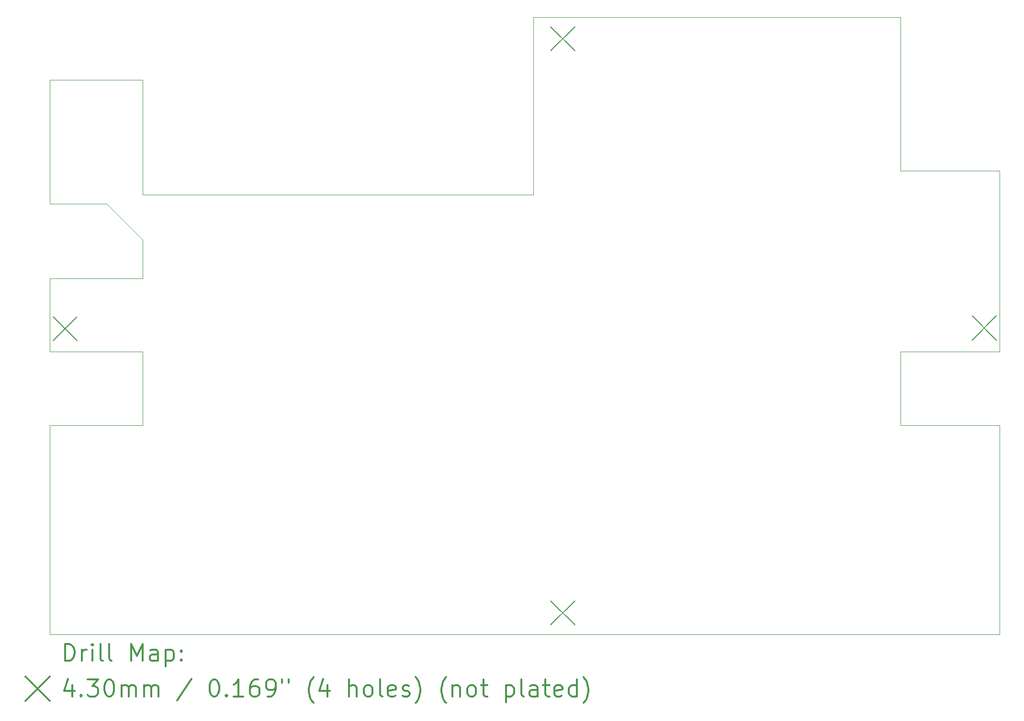
<source format=gbr>
%FSLAX45Y45*%
G04 Gerber Fmt 4.5, Leading zero omitted, Abs format (unit mm)*
G04 Created by KiCad (PCBNEW 4.0.7) date 12/30/17 23:27:05*
%MOMM*%
%LPD*%
G01*
G04 APERTURE LIST*
%ADD10C,0.127000*%
%ADD11C,0.100000*%
%ADD12C,0.200000*%
%ADD13C,0.300000*%
G04 APERTURE END LIST*
D10*
D11*
X23145750Y-6654750D02*
X21396375Y-6654750D01*
X23145750Y-6654750D02*
X23145750Y-9855250D01*
X23145750Y-9855250D02*
X21396375Y-9855250D01*
X21396375Y-9855250D02*
X21396375Y-11163250D01*
X21396375Y-11163250D02*
X23145750Y-11163250D01*
X23145750Y-14859000D02*
X23145750Y-11163250D01*
X23145750Y-14859000D02*
X6350000Y-14859000D01*
X6350000Y-14859000D02*
X6350000Y-11163250D01*
X7993875Y-11163250D02*
X6350000Y-11163250D01*
X7993875Y-11163250D02*
X7993875Y-9855250D01*
X7993875Y-9855250D02*
X6350000Y-9855250D01*
X6350000Y-8561790D02*
X6350000Y-9855250D01*
X7993875Y-8561790D02*
X6350000Y-8561790D01*
X7993875Y-8561790D02*
X7993875Y-7874000D01*
X7358875Y-7239000D02*
X7993875Y-7874000D01*
X7358875Y-7239000D02*
X6350000Y-7239000D01*
X6350000Y-7239000D02*
X6350000Y-5048250D01*
X7993875Y-5048250D02*
X6350000Y-5048250D01*
X7993875Y-7078700D02*
X7993875Y-5048250D01*
X14897875Y-7078700D02*
X7993875Y-7078700D01*
X14897875Y-3937000D02*
X14897875Y-7078700D01*
X21396375Y-3937000D02*
X14897875Y-3937000D01*
X21396375Y-3937000D02*
X21396375Y-6654750D01*
D12*
X6404900Y-9234790D02*
X6834900Y-9664790D01*
X6834900Y-9234790D02*
X6404900Y-9664790D01*
X15206000Y-4105000D02*
X15636000Y-4535000D01*
X15636000Y-4105000D02*
X15206000Y-4535000D01*
X15207000Y-14264000D02*
X15637000Y-14694000D01*
X15637000Y-14264000D02*
X15207000Y-14694000D01*
X22660900Y-9222100D02*
X23090900Y-9652100D01*
X23090900Y-9222100D02*
X22660900Y-9652100D01*
D13*
X6616428Y-15329714D02*
X6616428Y-15029714D01*
X6687857Y-15029714D01*
X6730714Y-15044000D01*
X6759286Y-15072571D01*
X6773571Y-15101143D01*
X6787857Y-15158286D01*
X6787857Y-15201143D01*
X6773571Y-15258286D01*
X6759286Y-15286857D01*
X6730714Y-15315429D01*
X6687857Y-15329714D01*
X6616428Y-15329714D01*
X6916428Y-15329714D02*
X6916428Y-15129714D01*
X6916428Y-15186857D02*
X6930714Y-15158286D01*
X6945000Y-15144000D01*
X6973571Y-15129714D01*
X7002143Y-15129714D01*
X7102143Y-15329714D02*
X7102143Y-15129714D01*
X7102143Y-15029714D02*
X7087857Y-15044000D01*
X7102143Y-15058286D01*
X7116428Y-15044000D01*
X7102143Y-15029714D01*
X7102143Y-15058286D01*
X7287857Y-15329714D02*
X7259286Y-15315429D01*
X7245000Y-15286857D01*
X7245000Y-15029714D01*
X7445000Y-15329714D02*
X7416428Y-15315429D01*
X7402143Y-15286857D01*
X7402143Y-15029714D01*
X7787857Y-15329714D02*
X7787857Y-15029714D01*
X7887857Y-15244000D01*
X7987857Y-15029714D01*
X7987857Y-15329714D01*
X8259286Y-15329714D02*
X8259286Y-15172571D01*
X8245000Y-15144000D01*
X8216428Y-15129714D01*
X8159286Y-15129714D01*
X8130714Y-15144000D01*
X8259286Y-15315429D02*
X8230714Y-15329714D01*
X8159286Y-15329714D01*
X8130714Y-15315429D01*
X8116428Y-15286857D01*
X8116428Y-15258286D01*
X8130714Y-15229714D01*
X8159286Y-15215429D01*
X8230714Y-15215429D01*
X8259286Y-15201143D01*
X8402143Y-15129714D02*
X8402143Y-15429714D01*
X8402143Y-15144000D02*
X8430714Y-15129714D01*
X8487857Y-15129714D01*
X8516429Y-15144000D01*
X8530714Y-15158286D01*
X8545000Y-15186857D01*
X8545000Y-15272571D01*
X8530714Y-15301143D01*
X8516429Y-15315429D01*
X8487857Y-15329714D01*
X8430714Y-15329714D01*
X8402143Y-15315429D01*
X8673571Y-15301143D02*
X8687857Y-15315429D01*
X8673571Y-15329714D01*
X8659286Y-15315429D01*
X8673571Y-15301143D01*
X8673571Y-15329714D01*
X8673571Y-15144000D02*
X8687857Y-15158286D01*
X8673571Y-15172571D01*
X8659286Y-15158286D01*
X8673571Y-15144000D01*
X8673571Y-15172571D01*
X5915000Y-15609000D02*
X6345000Y-16039000D01*
X6345000Y-15609000D02*
X5915000Y-16039000D01*
X6745000Y-15759714D02*
X6745000Y-15959714D01*
X6673571Y-15645429D02*
X6602143Y-15859714D01*
X6787857Y-15859714D01*
X6902143Y-15931143D02*
X6916428Y-15945429D01*
X6902143Y-15959714D01*
X6887857Y-15945429D01*
X6902143Y-15931143D01*
X6902143Y-15959714D01*
X7016428Y-15659714D02*
X7202143Y-15659714D01*
X7102143Y-15774000D01*
X7145000Y-15774000D01*
X7173571Y-15788286D01*
X7187857Y-15802571D01*
X7202143Y-15831143D01*
X7202143Y-15902571D01*
X7187857Y-15931143D01*
X7173571Y-15945429D01*
X7145000Y-15959714D01*
X7059286Y-15959714D01*
X7030714Y-15945429D01*
X7016428Y-15931143D01*
X7387857Y-15659714D02*
X7416428Y-15659714D01*
X7445000Y-15674000D01*
X7459286Y-15688286D01*
X7473571Y-15716857D01*
X7487857Y-15774000D01*
X7487857Y-15845429D01*
X7473571Y-15902571D01*
X7459286Y-15931143D01*
X7445000Y-15945429D01*
X7416428Y-15959714D01*
X7387857Y-15959714D01*
X7359286Y-15945429D01*
X7345000Y-15931143D01*
X7330714Y-15902571D01*
X7316428Y-15845429D01*
X7316428Y-15774000D01*
X7330714Y-15716857D01*
X7345000Y-15688286D01*
X7359286Y-15674000D01*
X7387857Y-15659714D01*
X7616428Y-15959714D02*
X7616428Y-15759714D01*
X7616428Y-15788286D02*
X7630714Y-15774000D01*
X7659286Y-15759714D01*
X7702143Y-15759714D01*
X7730714Y-15774000D01*
X7745000Y-15802571D01*
X7745000Y-15959714D01*
X7745000Y-15802571D02*
X7759286Y-15774000D01*
X7787857Y-15759714D01*
X7830714Y-15759714D01*
X7859286Y-15774000D01*
X7873571Y-15802571D01*
X7873571Y-15959714D01*
X8016428Y-15959714D02*
X8016428Y-15759714D01*
X8016428Y-15788286D02*
X8030714Y-15774000D01*
X8059286Y-15759714D01*
X8102143Y-15759714D01*
X8130714Y-15774000D01*
X8145000Y-15802571D01*
X8145000Y-15959714D01*
X8145000Y-15802571D02*
X8159286Y-15774000D01*
X8187857Y-15759714D01*
X8230714Y-15759714D01*
X8259286Y-15774000D01*
X8273571Y-15802571D01*
X8273571Y-15959714D01*
X8859286Y-15645429D02*
X8602143Y-16031143D01*
X9245000Y-15659714D02*
X9273571Y-15659714D01*
X9302143Y-15674000D01*
X9316428Y-15688286D01*
X9330714Y-15716857D01*
X9345000Y-15774000D01*
X9345000Y-15845429D01*
X9330714Y-15902571D01*
X9316428Y-15931143D01*
X9302143Y-15945429D01*
X9273571Y-15959714D01*
X9245000Y-15959714D01*
X9216428Y-15945429D01*
X9202143Y-15931143D01*
X9187857Y-15902571D01*
X9173571Y-15845429D01*
X9173571Y-15774000D01*
X9187857Y-15716857D01*
X9202143Y-15688286D01*
X9216428Y-15674000D01*
X9245000Y-15659714D01*
X9473571Y-15931143D02*
X9487857Y-15945429D01*
X9473571Y-15959714D01*
X9459286Y-15945429D01*
X9473571Y-15931143D01*
X9473571Y-15959714D01*
X9773571Y-15959714D02*
X9602143Y-15959714D01*
X9687857Y-15959714D02*
X9687857Y-15659714D01*
X9659286Y-15702571D01*
X9630714Y-15731143D01*
X9602143Y-15745429D01*
X10030714Y-15659714D02*
X9973571Y-15659714D01*
X9945000Y-15674000D01*
X9930714Y-15688286D01*
X9902143Y-15731143D01*
X9887857Y-15788286D01*
X9887857Y-15902571D01*
X9902143Y-15931143D01*
X9916428Y-15945429D01*
X9945000Y-15959714D01*
X10002143Y-15959714D01*
X10030714Y-15945429D01*
X10045000Y-15931143D01*
X10059286Y-15902571D01*
X10059286Y-15831143D01*
X10045000Y-15802571D01*
X10030714Y-15788286D01*
X10002143Y-15774000D01*
X9945000Y-15774000D01*
X9916428Y-15788286D01*
X9902143Y-15802571D01*
X9887857Y-15831143D01*
X10202143Y-15959714D02*
X10259286Y-15959714D01*
X10287857Y-15945429D01*
X10302143Y-15931143D01*
X10330714Y-15888286D01*
X10345000Y-15831143D01*
X10345000Y-15716857D01*
X10330714Y-15688286D01*
X10316428Y-15674000D01*
X10287857Y-15659714D01*
X10230714Y-15659714D01*
X10202143Y-15674000D01*
X10187857Y-15688286D01*
X10173571Y-15716857D01*
X10173571Y-15788286D01*
X10187857Y-15816857D01*
X10202143Y-15831143D01*
X10230714Y-15845429D01*
X10287857Y-15845429D01*
X10316428Y-15831143D01*
X10330714Y-15816857D01*
X10345000Y-15788286D01*
X10459286Y-15659714D02*
X10459286Y-15716857D01*
X10573571Y-15659714D02*
X10573571Y-15716857D01*
X11016428Y-16074000D02*
X11002143Y-16059714D01*
X10973571Y-16016857D01*
X10959286Y-15988286D01*
X10945000Y-15945429D01*
X10930714Y-15874000D01*
X10930714Y-15816857D01*
X10945000Y-15745429D01*
X10959286Y-15702571D01*
X10973571Y-15674000D01*
X11002143Y-15631143D01*
X11016428Y-15616857D01*
X11259285Y-15759714D02*
X11259285Y-15959714D01*
X11187857Y-15645429D02*
X11116428Y-15859714D01*
X11302143Y-15859714D01*
X11645000Y-15959714D02*
X11645000Y-15659714D01*
X11773571Y-15959714D02*
X11773571Y-15802571D01*
X11759285Y-15774000D01*
X11730714Y-15759714D01*
X11687857Y-15759714D01*
X11659285Y-15774000D01*
X11645000Y-15788286D01*
X11959285Y-15959714D02*
X11930714Y-15945429D01*
X11916428Y-15931143D01*
X11902143Y-15902571D01*
X11902143Y-15816857D01*
X11916428Y-15788286D01*
X11930714Y-15774000D01*
X11959285Y-15759714D01*
X12002143Y-15759714D01*
X12030714Y-15774000D01*
X12045000Y-15788286D01*
X12059285Y-15816857D01*
X12059285Y-15902571D01*
X12045000Y-15931143D01*
X12030714Y-15945429D01*
X12002143Y-15959714D01*
X11959285Y-15959714D01*
X12230714Y-15959714D02*
X12202143Y-15945429D01*
X12187857Y-15916857D01*
X12187857Y-15659714D01*
X12459286Y-15945429D02*
X12430714Y-15959714D01*
X12373571Y-15959714D01*
X12345000Y-15945429D01*
X12330714Y-15916857D01*
X12330714Y-15802571D01*
X12345000Y-15774000D01*
X12373571Y-15759714D01*
X12430714Y-15759714D01*
X12459286Y-15774000D01*
X12473571Y-15802571D01*
X12473571Y-15831143D01*
X12330714Y-15859714D01*
X12587857Y-15945429D02*
X12616428Y-15959714D01*
X12673571Y-15959714D01*
X12702143Y-15945429D01*
X12716428Y-15916857D01*
X12716428Y-15902571D01*
X12702143Y-15874000D01*
X12673571Y-15859714D01*
X12630714Y-15859714D01*
X12602143Y-15845429D01*
X12587857Y-15816857D01*
X12587857Y-15802571D01*
X12602143Y-15774000D01*
X12630714Y-15759714D01*
X12673571Y-15759714D01*
X12702143Y-15774000D01*
X12816428Y-16074000D02*
X12830714Y-16059714D01*
X12859286Y-16016857D01*
X12873571Y-15988286D01*
X12887857Y-15945429D01*
X12902143Y-15874000D01*
X12902143Y-15816857D01*
X12887857Y-15745429D01*
X12873571Y-15702571D01*
X12859286Y-15674000D01*
X12830714Y-15631143D01*
X12816428Y-15616857D01*
X13359286Y-16074000D02*
X13345000Y-16059714D01*
X13316428Y-16016857D01*
X13302143Y-15988286D01*
X13287857Y-15945429D01*
X13273571Y-15874000D01*
X13273571Y-15816857D01*
X13287857Y-15745429D01*
X13302143Y-15702571D01*
X13316428Y-15674000D01*
X13345000Y-15631143D01*
X13359286Y-15616857D01*
X13473571Y-15759714D02*
X13473571Y-15959714D01*
X13473571Y-15788286D02*
X13487857Y-15774000D01*
X13516428Y-15759714D01*
X13559286Y-15759714D01*
X13587857Y-15774000D01*
X13602143Y-15802571D01*
X13602143Y-15959714D01*
X13787857Y-15959714D02*
X13759286Y-15945429D01*
X13745000Y-15931143D01*
X13730714Y-15902571D01*
X13730714Y-15816857D01*
X13745000Y-15788286D01*
X13759286Y-15774000D01*
X13787857Y-15759714D01*
X13830714Y-15759714D01*
X13859286Y-15774000D01*
X13873571Y-15788286D01*
X13887857Y-15816857D01*
X13887857Y-15902571D01*
X13873571Y-15931143D01*
X13859286Y-15945429D01*
X13830714Y-15959714D01*
X13787857Y-15959714D01*
X13973571Y-15759714D02*
X14087857Y-15759714D01*
X14016428Y-15659714D02*
X14016428Y-15916857D01*
X14030714Y-15945429D01*
X14059286Y-15959714D01*
X14087857Y-15959714D01*
X14416428Y-15759714D02*
X14416428Y-16059714D01*
X14416428Y-15774000D02*
X14445000Y-15759714D01*
X14502143Y-15759714D01*
X14530714Y-15774000D01*
X14545000Y-15788286D01*
X14559286Y-15816857D01*
X14559286Y-15902571D01*
X14545000Y-15931143D01*
X14530714Y-15945429D01*
X14502143Y-15959714D01*
X14445000Y-15959714D01*
X14416428Y-15945429D01*
X14730714Y-15959714D02*
X14702143Y-15945429D01*
X14687857Y-15916857D01*
X14687857Y-15659714D01*
X14973571Y-15959714D02*
X14973571Y-15802571D01*
X14959286Y-15774000D01*
X14930714Y-15759714D01*
X14873571Y-15759714D01*
X14845000Y-15774000D01*
X14973571Y-15945429D02*
X14945000Y-15959714D01*
X14873571Y-15959714D01*
X14845000Y-15945429D01*
X14830714Y-15916857D01*
X14830714Y-15888286D01*
X14845000Y-15859714D01*
X14873571Y-15845429D01*
X14945000Y-15845429D01*
X14973571Y-15831143D01*
X15073571Y-15759714D02*
X15187857Y-15759714D01*
X15116429Y-15659714D02*
X15116429Y-15916857D01*
X15130714Y-15945429D01*
X15159286Y-15959714D01*
X15187857Y-15959714D01*
X15402143Y-15945429D02*
X15373571Y-15959714D01*
X15316429Y-15959714D01*
X15287857Y-15945429D01*
X15273571Y-15916857D01*
X15273571Y-15802571D01*
X15287857Y-15774000D01*
X15316429Y-15759714D01*
X15373571Y-15759714D01*
X15402143Y-15774000D01*
X15416429Y-15802571D01*
X15416429Y-15831143D01*
X15273571Y-15859714D01*
X15673571Y-15959714D02*
X15673571Y-15659714D01*
X15673571Y-15945429D02*
X15645000Y-15959714D01*
X15587857Y-15959714D01*
X15559286Y-15945429D01*
X15545000Y-15931143D01*
X15530714Y-15902571D01*
X15530714Y-15816857D01*
X15545000Y-15788286D01*
X15559286Y-15774000D01*
X15587857Y-15759714D01*
X15645000Y-15759714D01*
X15673571Y-15774000D01*
X15787857Y-16074000D02*
X15802143Y-16059714D01*
X15830714Y-16016857D01*
X15845000Y-15988286D01*
X15859286Y-15945429D01*
X15873571Y-15874000D01*
X15873571Y-15816857D01*
X15859286Y-15745429D01*
X15845000Y-15702571D01*
X15830714Y-15674000D01*
X15802143Y-15631143D01*
X15787857Y-15616857D01*
M02*

</source>
